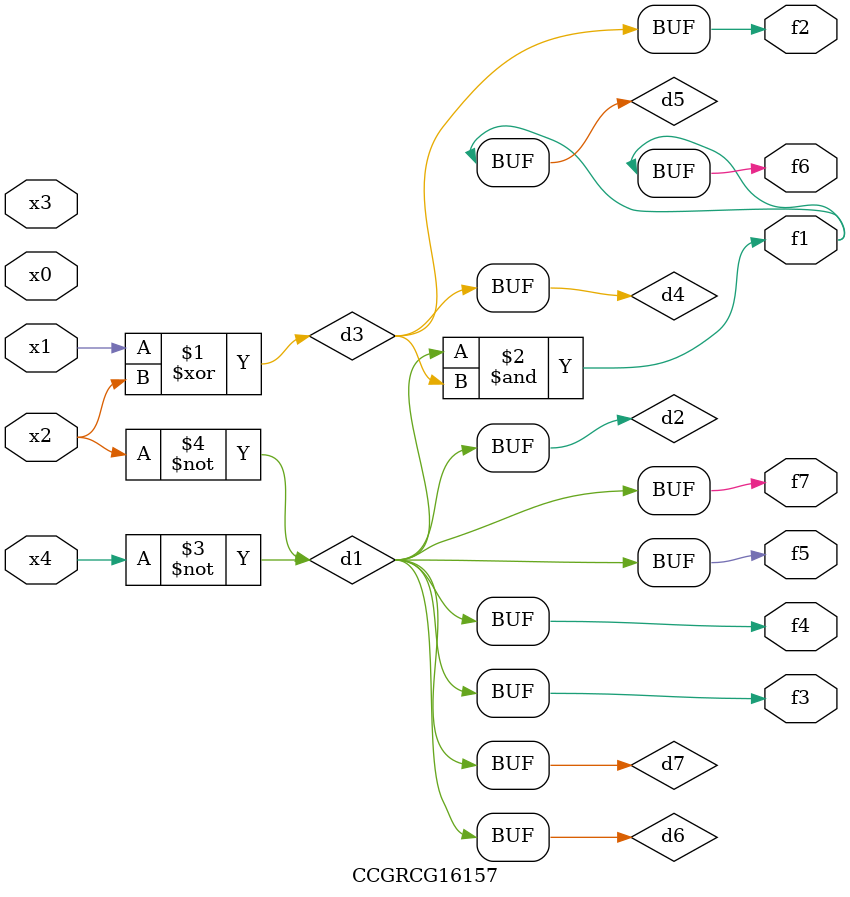
<source format=v>
module CCGRCG16157(
	input x0, x1, x2, x3, x4,
	output f1, f2, f3, f4, f5, f6, f7
);

	wire d1, d2, d3, d4, d5, d6, d7;

	not (d1, x4);
	not (d2, x2);
	xor (d3, x1, x2);
	buf (d4, d3);
	and (d5, d1, d3);
	buf (d6, d1, d2);
	buf (d7, d2);
	assign f1 = d5;
	assign f2 = d4;
	assign f3 = d7;
	assign f4 = d7;
	assign f5 = d7;
	assign f6 = d5;
	assign f7 = d7;
endmodule

</source>
